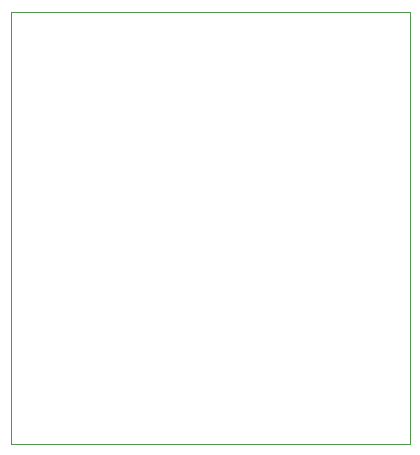
<source format=gbr>
G04 #@! TF.FileFunction,Profile,NP*
%FSLAX46Y46*%
G04 Gerber Fmt 4.6, Leading zero omitted, Abs format (unit mm)*
G04 Created by KiCad (PCBNEW (2015-03-02 BZR 5466)-product) date Fri 06 Mar 2015 00:37:45 GMT*
%MOMM*%
G01*
G04 APERTURE LIST*
%ADD10C,0.100000*%
G04 APERTURE END LIST*
D10*
X80518000Y-99568000D02*
X80518000Y-62992000D01*
X114300000Y-99568000D02*
X80518000Y-99568000D01*
X114300000Y-62992000D02*
X114300000Y-99568000D01*
X80518000Y-62992000D02*
X114300000Y-62992000D01*
M02*

</source>
